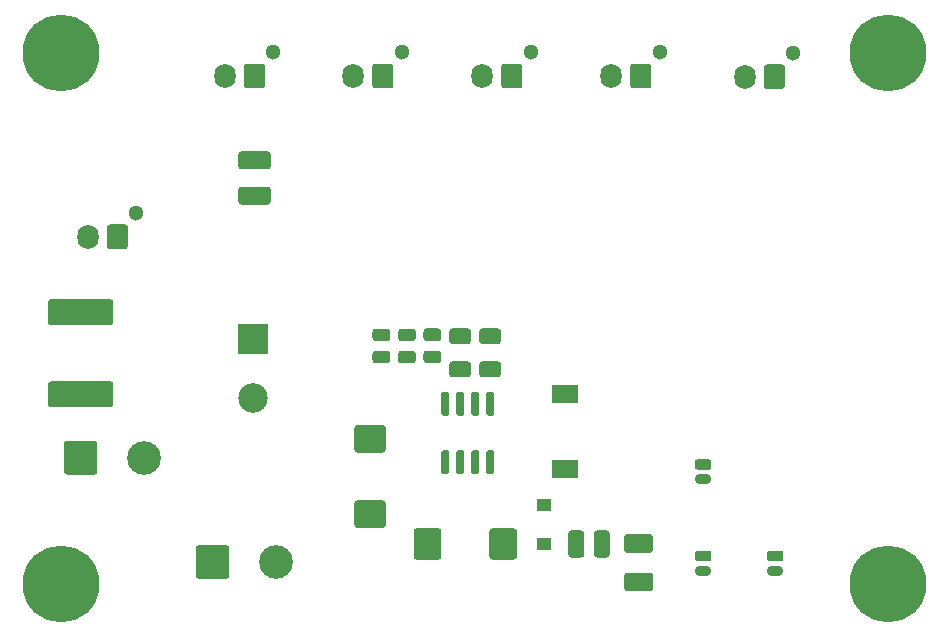
<source format=gts>
G04 #@! TF.GenerationSoftware,KiCad,Pcbnew,5.1.6+dfsg1-1~bpo9+1*
G04 #@! TF.CreationDate,2022-04-04T20:28:32+02:00*
G04 #@! TF.ProjectId,sdrtr-power,73647274-722d-4706-9f77-65722e6b6963,rev?*
G04 #@! TF.SameCoordinates,Original*
G04 #@! TF.FileFunction,Soldermask,Top*
G04 #@! TF.FilePolarity,Negative*
%FSLAX46Y46*%
G04 Gerber Fmt 4.6, Leading zero omitted, Abs format (unit mm)*
G04 Created by KiCad (PCBNEW 5.1.6+dfsg1-1~bpo9+1) date 2022-04-04 20:28:32*
%MOMM*%
%LPD*%
G01*
G04 APERTURE LIST*
%ADD10C,1.300000*%
%ADD11O,1.800000X2.100000*%
%ADD12O,1.400000X0.900000*%
%ADD13C,2.500000*%
%ADD14R,2.500000X2.500000*%
%ADD15C,2.850000*%
%ADD16R,2.300000X1.600000*%
%ADD17R,1.300000X1.000000*%
%ADD18C,6.500000*%
G04 APERTURE END LIST*
D10*
X86372500Y-48571400D03*
D11*
X82272500Y-50571400D03*
G36*
G01*
X85672500Y-49786106D02*
X85672500Y-51356694D01*
G75*
G02*
X85407794Y-51621400I-264706J0D01*
G01*
X84137206Y-51621400D01*
G75*
G02*
X83872500Y-51356694I0J264706D01*
G01*
X83872500Y-49786106D01*
G75*
G02*
X84137206Y-49521400I264706J0D01*
G01*
X85407794Y-49521400D01*
G75*
G02*
X85672500Y-49786106I0J-264706D01*
G01*
G37*
D12*
X134366000Y-71100000D03*
G36*
G01*
X133891000Y-69400000D02*
X134841000Y-69400000D01*
G75*
G02*
X135066000Y-69625000I0J-225000D01*
G01*
X135066000Y-70075000D01*
G75*
G02*
X134841000Y-70300000I-225000J0D01*
G01*
X133891000Y-70300000D01*
G75*
G02*
X133666000Y-70075000I0J225000D01*
G01*
X133666000Y-69625000D01*
G75*
G02*
X133891000Y-69400000I225000J0D01*
G01*
G37*
D13*
X96266000Y-64182000D03*
D14*
X96266000Y-59182000D03*
D15*
X87061000Y-69278500D03*
G36*
G01*
X80236000Y-70444410D02*
X80236000Y-68112590D01*
G75*
G02*
X80495090Y-67853500I259090J0D01*
G01*
X82826910Y-67853500D01*
G75*
G02*
X83086000Y-68112590I0J-259090D01*
G01*
X83086000Y-70444410D01*
G75*
G02*
X82826910Y-70703500I-259090J0D01*
G01*
X80495090Y-70703500D01*
G75*
G02*
X80236000Y-70444410I0J259090D01*
G01*
G37*
G36*
G01*
X127946667Y-78993500D02*
X129863333Y-78993500D01*
G75*
G02*
X130130000Y-79260167I0J-266667D01*
G01*
X130130000Y-80326833D01*
G75*
G02*
X129863333Y-80593500I-266667J0D01*
G01*
X127946667Y-80593500D01*
G75*
G02*
X127680000Y-80326833I0J266667D01*
G01*
X127680000Y-79260167D01*
G75*
G02*
X127946667Y-78993500I266667J0D01*
G01*
G37*
G36*
G01*
X127946667Y-75743500D02*
X129863333Y-75743500D01*
G75*
G02*
X130130000Y-76010167I0J-266667D01*
G01*
X130130000Y-77076833D01*
G75*
G02*
X129863333Y-77343500I-266667J0D01*
G01*
X127946667Y-77343500D01*
G75*
G02*
X127680000Y-77076833I0J266667D01*
G01*
X127680000Y-76010167D01*
G75*
G02*
X127946667Y-75743500I266667J0D01*
G01*
G37*
G36*
G01*
X112210500Y-75517110D02*
X112210500Y-77644890D01*
G75*
G02*
X111949390Y-77906000I-261110J0D01*
G01*
X110121610Y-77906000D01*
G75*
G02*
X109860500Y-77644890I0J261110D01*
G01*
X109860500Y-75517110D01*
G75*
G02*
X110121610Y-75256000I261110J0D01*
G01*
X111949390Y-75256000D01*
G75*
G02*
X112210500Y-75517110I0J-261110D01*
G01*
G37*
G36*
G01*
X118610500Y-75517110D02*
X118610500Y-77644890D01*
G75*
G02*
X118349390Y-77906000I-261110J0D01*
G01*
X116521610Y-77906000D01*
G75*
G02*
X116260500Y-77644890I0J261110D01*
G01*
X116260500Y-75517110D01*
G75*
G02*
X116521610Y-75256000I261110J0D01*
G01*
X118349390Y-75256000D01*
G75*
G02*
X118610500Y-75517110I0J-261110D01*
G01*
G37*
G36*
G01*
X105108110Y-72891000D02*
X107235890Y-72891000D01*
G75*
G02*
X107497000Y-73152110I0J-261110D01*
G01*
X107497000Y-74979890D01*
G75*
G02*
X107235890Y-75241000I-261110J0D01*
G01*
X105108110Y-75241000D01*
G75*
G02*
X104847000Y-74979890I0J261110D01*
G01*
X104847000Y-73152110D01*
G75*
G02*
X105108110Y-72891000I261110J0D01*
G01*
G37*
G36*
G01*
X105108110Y-66491000D02*
X107235890Y-66491000D01*
G75*
G02*
X107497000Y-66752110I0J-261110D01*
G01*
X107497000Y-68579890D01*
G75*
G02*
X107235890Y-68841000I-261110J0D01*
G01*
X105108110Y-68841000D01*
G75*
G02*
X104847000Y-68579890I0J261110D01*
G01*
X104847000Y-66752110D01*
G75*
G02*
X105108110Y-66491000I261110J0D01*
G01*
G37*
D12*
X134366000Y-78847000D03*
G36*
G01*
X133891000Y-77147000D02*
X134841000Y-77147000D01*
G75*
G02*
X135066000Y-77372000I0J-225000D01*
G01*
X135066000Y-77822000D01*
G75*
G02*
X134841000Y-78047000I-225000J0D01*
G01*
X133891000Y-78047000D01*
G75*
G02*
X133666000Y-77822000I0J225000D01*
G01*
X133666000Y-77372000D01*
G75*
G02*
X133891000Y-77147000I225000J0D01*
G01*
G37*
G36*
G01*
X95285544Y-46318000D02*
X97500456Y-46318000D01*
G75*
G02*
X97768000Y-46585544I0J-267544D01*
G01*
X97768000Y-47575456D01*
G75*
G02*
X97500456Y-47843000I-267544J0D01*
G01*
X95285544Y-47843000D01*
G75*
G02*
X95018000Y-47575456I0J267544D01*
G01*
X95018000Y-46585544D01*
G75*
G02*
X95285544Y-46318000I267544J0D01*
G01*
G37*
G36*
G01*
X95285544Y-43343000D02*
X97500456Y-43343000D01*
G75*
G02*
X97768000Y-43610544I0J-267544D01*
G01*
X97768000Y-44600456D01*
G75*
G02*
X97500456Y-44868000I-267544J0D01*
G01*
X95285544Y-44868000D01*
G75*
G02*
X95018000Y-44600456I0J267544D01*
G01*
X95018000Y-43610544D01*
G75*
G02*
X95285544Y-43343000I267544J0D01*
G01*
G37*
G36*
G01*
X79147905Y-62809500D02*
X84174095Y-62809500D01*
G75*
G02*
X84436000Y-63071405I0J-261905D01*
G01*
X84436000Y-64747595D01*
G75*
G02*
X84174095Y-65009500I-261905J0D01*
G01*
X79147905Y-65009500D01*
G75*
G02*
X78886000Y-64747595I0J261905D01*
G01*
X78886000Y-63071405D01*
G75*
G02*
X79147905Y-62809500I261905J0D01*
G01*
G37*
G36*
G01*
X79147905Y-55859500D02*
X84174095Y-55859500D01*
G75*
G02*
X84436000Y-56121405I0J-261905D01*
G01*
X84436000Y-57797595D01*
G75*
G02*
X84174095Y-58059500I-261905J0D01*
G01*
X79147905Y-58059500D01*
G75*
G02*
X78886000Y-57797595I0J261905D01*
G01*
X78886000Y-56121405D01*
G75*
G02*
X79147905Y-55859500I261905J0D01*
G01*
G37*
X140462000Y-78847000D03*
G36*
G01*
X139987000Y-77147000D02*
X140937000Y-77147000D01*
G75*
G02*
X141162000Y-77372000I0J-225000D01*
G01*
X141162000Y-77822000D01*
G75*
G02*
X140937000Y-78047000I-225000J0D01*
G01*
X139987000Y-78047000D01*
G75*
G02*
X139762000Y-77822000I0J225000D01*
G01*
X139762000Y-77372000D01*
G75*
G02*
X139987000Y-77147000I225000J0D01*
G01*
G37*
D10*
X141998500Y-35020500D03*
D11*
X137898500Y-37020500D03*
G36*
G01*
X141298500Y-36235206D02*
X141298500Y-37805794D01*
G75*
G02*
X141033794Y-38070500I-264706J0D01*
G01*
X139763206Y-38070500D01*
G75*
G02*
X139498500Y-37805794I0J264706D01*
G01*
X139498500Y-36235206D01*
G75*
G02*
X139763206Y-35970500I264706J0D01*
G01*
X141033794Y-35970500D01*
G75*
G02*
X141298500Y-36235206I0J-264706D01*
G01*
G37*
D10*
X97993000Y-34957000D03*
D11*
X93893000Y-36957000D03*
G36*
G01*
X97293000Y-36171706D02*
X97293000Y-37742294D01*
G75*
G02*
X97028294Y-38007000I-264706J0D01*
G01*
X95757706Y-38007000D01*
G75*
G02*
X95493000Y-37742294I0J264706D01*
G01*
X95493000Y-36171706D01*
G75*
G02*
X95757706Y-35907000I264706J0D01*
G01*
X97028294Y-35907000D01*
G75*
G02*
X97293000Y-36171706I0J-264706D01*
G01*
G37*
D10*
X108851500Y-34957000D03*
D11*
X104751500Y-36957000D03*
G36*
G01*
X108151500Y-36171706D02*
X108151500Y-37742294D01*
G75*
G02*
X107886794Y-38007000I-264706J0D01*
G01*
X106616206Y-38007000D01*
G75*
G02*
X106351500Y-37742294I0J264706D01*
G01*
X106351500Y-36171706D01*
G75*
G02*
X106616206Y-35907000I264706J0D01*
G01*
X107886794Y-35907000D01*
G75*
G02*
X108151500Y-36171706I0J-264706D01*
G01*
G37*
D10*
X119773500Y-34957000D03*
D11*
X115673500Y-36957000D03*
G36*
G01*
X119073500Y-36171706D02*
X119073500Y-37742294D01*
G75*
G02*
X118808794Y-38007000I-264706J0D01*
G01*
X117538206Y-38007000D01*
G75*
G02*
X117273500Y-37742294I0J264706D01*
G01*
X117273500Y-36171706D01*
G75*
G02*
X117538206Y-35907000I264706J0D01*
G01*
X118808794Y-35907000D01*
G75*
G02*
X119073500Y-36171706I0J-264706D01*
G01*
G37*
D15*
X98237000Y-78105000D03*
G36*
G01*
X91412000Y-79270910D02*
X91412000Y-76939090D01*
G75*
G02*
X91671090Y-76680000I259090J0D01*
G01*
X94002910Y-76680000D01*
G75*
G02*
X94262000Y-76939090I0J-259090D01*
G01*
X94262000Y-79270910D01*
G75*
G02*
X94002910Y-79530000I-259090J0D01*
G01*
X91671090Y-79530000D01*
G75*
G02*
X91412000Y-79270910I0J259090D01*
G01*
G37*
D10*
X130695500Y-34957000D03*
D11*
X126595500Y-36957000D03*
G36*
G01*
X129995500Y-36171706D02*
X129995500Y-37742294D01*
G75*
G02*
X129730794Y-38007000I-264706J0D01*
G01*
X128460206Y-38007000D01*
G75*
G02*
X128195500Y-37742294I0J264706D01*
G01*
X128195500Y-36171706D01*
G75*
G02*
X128460206Y-35907000I264706J0D01*
G01*
X129730794Y-35907000D01*
G75*
G02*
X129995500Y-36171706I0J-264706D01*
G01*
G37*
G36*
G01*
X116157000Y-68633000D02*
X116507000Y-68633000D01*
G75*
G02*
X116682000Y-68808000I0J-175000D01*
G01*
X116682000Y-70508000D01*
G75*
G02*
X116507000Y-70683000I-175000J0D01*
G01*
X116157000Y-70683000D01*
G75*
G02*
X115982000Y-70508000I0J175000D01*
G01*
X115982000Y-68808000D01*
G75*
G02*
X116157000Y-68633000I175000J0D01*
G01*
G37*
G36*
G01*
X114887000Y-68633000D02*
X115237000Y-68633000D01*
G75*
G02*
X115412000Y-68808000I0J-175000D01*
G01*
X115412000Y-70508000D01*
G75*
G02*
X115237000Y-70683000I-175000J0D01*
G01*
X114887000Y-70683000D01*
G75*
G02*
X114712000Y-70508000I0J175000D01*
G01*
X114712000Y-68808000D01*
G75*
G02*
X114887000Y-68633000I175000J0D01*
G01*
G37*
G36*
G01*
X113617000Y-68633000D02*
X113967000Y-68633000D01*
G75*
G02*
X114142000Y-68808000I0J-175000D01*
G01*
X114142000Y-70508000D01*
G75*
G02*
X113967000Y-70683000I-175000J0D01*
G01*
X113617000Y-70683000D01*
G75*
G02*
X113442000Y-70508000I0J175000D01*
G01*
X113442000Y-68808000D01*
G75*
G02*
X113617000Y-68633000I175000J0D01*
G01*
G37*
G36*
G01*
X112347000Y-68633000D02*
X112697000Y-68633000D01*
G75*
G02*
X112872000Y-68808000I0J-175000D01*
G01*
X112872000Y-70508000D01*
G75*
G02*
X112697000Y-70683000I-175000J0D01*
G01*
X112347000Y-70683000D01*
G75*
G02*
X112172000Y-70508000I0J175000D01*
G01*
X112172000Y-68808000D01*
G75*
G02*
X112347000Y-68633000I175000J0D01*
G01*
G37*
G36*
G01*
X112347000Y-63683000D02*
X112697000Y-63683000D01*
G75*
G02*
X112872000Y-63858000I0J-175000D01*
G01*
X112872000Y-65558000D01*
G75*
G02*
X112697000Y-65733000I-175000J0D01*
G01*
X112347000Y-65733000D01*
G75*
G02*
X112172000Y-65558000I0J175000D01*
G01*
X112172000Y-63858000D01*
G75*
G02*
X112347000Y-63683000I175000J0D01*
G01*
G37*
G36*
G01*
X113617000Y-63683000D02*
X113967000Y-63683000D01*
G75*
G02*
X114142000Y-63858000I0J-175000D01*
G01*
X114142000Y-65558000D01*
G75*
G02*
X113967000Y-65733000I-175000J0D01*
G01*
X113617000Y-65733000D01*
G75*
G02*
X113442000Y-65558000I0J175000D01*
G01*
X113442000Y-63858000D01*
G75*
G02*
X113617000Y-63683000I175000J0D01*
G01*
G37*
G36*
G01*
X114887000Y-63683000D02*
X115237000Y-63683000D01*
G75*
G02*
X115412000Y-63858000I0J-175000D01*
G01*
X115412000Y-65558000D01*
G75*
G02*
X115237000Y-65733000I-175000J0D01*
G01*
X114887000Y-65733000D01*
G75*
G02*
X114712000Y-65558000I0J175000D01*
G01*
X114712000Y-63858000D01*
G75*
G02*
X114887000Y-63683000I175000J0D01*
G01*
G37*
G36*
G01*
X116157000Y-63683000D02*
X116507000Y-63683000D01*
G75*
G02*
X116682000Y-63858000I0J-175000D01*
G01*
X116682000Y-65558000D01*
G75*
G02*
X116507000Y-65733000I-175000J0D01*
G01*
X116157000Y-65733000D01*
G75*
G02*
X115982000Y-65558000I0J175000D01*
G01*
X115982000Y-63858000D01*
G75*
G02*
X116157000Y-63683000I175000J0D01*
G01*
G37*
G36*
G01*
X111923750Y-59402000D02*
X110961250Y-59402000D01*
G75*
G02*
X110692500Y-59133250I0J268750D01*
G01*
X110692500Y-58595750D01*
G75*
G02*
X110961250Y-58327000I268750J0D01*
G01*
X111923750Y-58327000D01*
G75*
G02*
X112192500Y-58595750I0J-268750D01*
G01*
X112192500Y-59133250D01*
G75*
G02*
X111923750Y-59402000I-268750J0D01*
G01*
G37*
G36*
G01*
X111923750Y-61277000D02*
X110961250Y-61277000D01*
G75*
G02*
X110692500Y-61008250I0J268750D01*
G01*
X110692500Y-60470750D01*
G75*
G02*
X110961250Y-60202000I268750J0D01*
G01*
X111923750Y-60202000D01*
G75*
G02*
X112192500Y-60470750I0J-268750D01*
G01*
X112192500Y-61008250D01*
G75*
G02*
X111923750Y-61277000I-268750J0D01*
G01*
G37*
G36*
G01*
X125114000Y-77461000D02*
X125114000Y-75701000D01*
G75*
G02*
X125384000Y-75431000I270000J0D01*
G01*
X126194000Y-75431000D01*
G75*
G02*
X126464000Y-75701000I0J-270000D01*
G01*
X126464000Y-77461000D01*
G75*
G02*
X126194000Y-77731000I-270000J0D01*
G01*
X125384000Y-77731000D01*
G75*
G02*
X125114000Y-77461000I0J270000D01*
G01*
G37*
G36*
G01*
X122964000Y-77461000D02*
X122964000Y-75701000D01*
G75*
G02*
X123234000Y-75431000I270000J0D01*
G01*
X124044000Y-75431000D01*
G75*
G02*
X124314000Y-75701000I0J-270000D01*
G01*
X124314000Y-77461000D01*
G75*
G02*
X124044000Y-77731000I-270000J0D01*
G01*
X123234000Y-77731000D01*
G75*
G02*
X122964000Y-77461000I0J270000D01*
G01*
G37*
D16*
X122682000Y-70256000D03*
X122682000Y-63856000D03*
D17*
X120904000Y-73280000D03*
X120904000Y-76580000D03*
G36*
G01*
X114447000Y-59663500D02*
X113137000Y-59663500D01*
G75*
G02*
X112867000Y-59393500I0J270000D01*
G01*
X112867000Y-58583500D01*
G75*
G02*
X113137000Y-58313500I270000J0D01*
G01*
X114447000Y-58313500D01*
G75*
G02*
X114717000Y-58583500I0J-270000D01*
G01*
X114717000Y-59393500D01*
G75*
G02*
X114447000Y-59663500I-270000J0D01*
G01*
G37*
G36*
G01*
X114447000Y-62463500D02*
X113137000Y-62463500D01*
G75*
G02*
X112867000Y-62193500I0J270000D01*
G01*
X112867000Y-61383500D01*
G75*
G02*
X113137000Y-61113500I270000J0D01*
G01*
X114447000Y-61113500D01*
G75*
G02*
X114717000Y-61383500I0J-270000D01*
G01*
X114717000Y-62193500D01*
G75*
G02*
X114447000Y-62463500I-270000J0D01*
G01*
G37*
G36*
G01*
X116987000Y-59663500D02*
X115677000Y-59663500D01*
G75*
G02*
X115407000Y-59393500I0J270000D01*
G01*
X115407000Y-58583500D01*
G75*
G02*
X115677000Y-58313500I270000J0D01*
G01*
X116987000Y-58313500D01*
G75*
G02*
X117257000Y-58583500I0J-270000D01*
G01*
X117257000Y-59393500D01*
G75*
G02*
X116987000Y-59663500I-270000J0D01*
G01*
G37*
G36*
G01*
X116987000Y-62463500D02*
X115677000Y-62463500D01*
G75*
G02*
X115407000Y-62193500I0J270000D01*
G01*
X115407000Y-61383500D01*
G75*
G02*
X115677000Y-61113500I270000J0D01*
G01*
X116987000Y-61113500D01*
G75*
G02*
X117257000Y-61383500I0J-270000D01*
G01*
X117257000Y-62193500D01*
G75*
G02*
X116987000Y-62463500I-270000J0D01*
G01*
G37*
D18*
X150000000Y-80000000D03*
X150000000Y-35000000D03*
X80000000Y-80000000D03*
X80000000Y-35000000D03*
G36*
G01*
X107605750Y-59417000D02*
X106643250Y-59417000D01*
G75*
G02*
X106374500Y-59148250I0J268750D01*
G01*
X106374500Y-58610750D01*
G75*
G02*
X106643250Y-58342000I268750J0D01*
G01*
X107605750Y-58342000D01*
G75*
G02*
X107874500Y-58610750I0J-268750D01*
G01*
X107874500Y-59148250D01*
G75*
G02*
X107605750Y-59417000I-268750J0D01*
G01*
G37*
G36*
G01*
X107605750Y-61292000D02*
X106643250Y-61292000D01*
G75*
G02*
X106374500Y-61023250I0J268750D01*
G01*
X106374500Y-60485750D01*
G75*
G02*
X106643250Y-60217000I268750J0D01*
G01*
X107605750Y-60217000D01*
G75*
G02*
X107874500Y-60485750I0J-268750D01*
G01*
X107874500Y-61023250D01*
G75*
G02*
X107605750Y-61292000I-268750J0D01*
G01*
G37*
G36*
G01*
X109764750Y-59417000D02*
X108802250Y-59417000D01*
G75*
G02*
X108533500Y-59148250I0J268750D01*
G01*
X108533500Y-58610750D01*
G75*
G02*
X108802250Y-58342000I268750J0D01*
G01*
X109764750Y-58342000D01*
G75*
G02*
X110033500Y-58610750I0J-268750D01*
G01*
X110033500Y-59148250D01*
G75*
G02*
X109764750Y-59417000I-268750J0D01*
G01*
G37*
G36*
G01*
X109764750Y-61292000D02*
X108802250Y-61292000D01*
G75*
G02*
X108533500Y-61023250I0J268750D01*
G01*
X108533500Y-60485750D01*
G75*
G02*
X108802250Y-60217000I268750J0D01*
G01*
X109764750Y-60217000D01*
G75*
G02*
X110033500Y-60485750I0J-268750D01*
G01*
X110033500Y-61023250D01*
G75*
G02*
X109764750Y-61292000I-268750J0D01*
G01*
G37*
M02*

</source>
